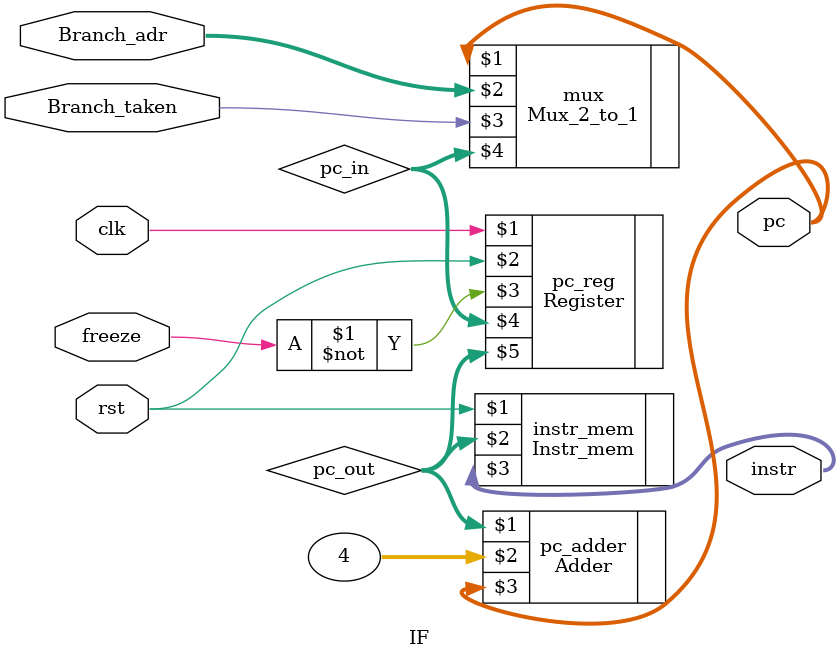
<source format=v>
`timescale 1ps/1ps
module IF(input clk, input rst,input freeze,input [31:0] Branch_adr,input Branch_taken,
output [31:0] pc,output [31:0] instr);

	wire [31:0] pc_in;
	wire [31:0] pc_out;

	Mux_2_to_1 mux(pc,Branch_adr,Branch_taken,pc_in);

	Register pc_reg(clk,rst,~freeze,pc_in,pc_out);
	
	Adder pc_adder(pc_out,32'd4,pc);
	
	Instr_mem instr_mem(rst,pc_out,instr);
	
endmodule

</source>
